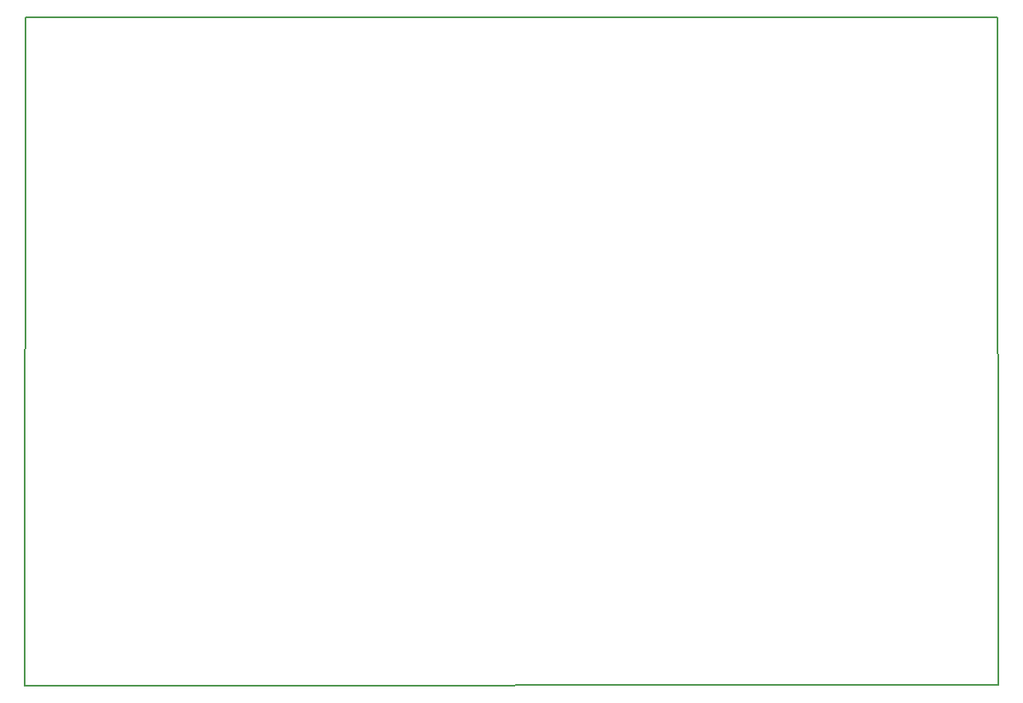
<source format=gbr>
%TF.GenerationSoftware,KiCad,Pcbnew,4.0.7*%
%TF.CreationDate,2018-03-19T17:58:48+01:00*%
%TF.ProjectId,dispenser,64697370656E7365722E6B696361645F,A*%
%TF.FileFunction,Profile,NP*%
%FSLAX46Y46*%
G04 Gerber Fmt 4.6, Leading zero omitted, Abs format (unit mm)*
G04 Created by KiCad (PCBNEW 4.0.7) date 03/19/18 17:58:48*
%MOMM*%
%LPD*%
G01*
G04 APERTURE LIST*
%ADD10C,0.100000*%
%ADD11C,0.150000*%
G04 APERTURE END LIST*
D10*
D11*
X2400Y68728400D02*
X307200Y68728400D01*
X-23000Y-29400D02*
X2400Y68728400D01*
X100078400Y-4000D02*
X-23000Y-29400D01*
X100053000Y68728400D02*
X100078400Y-4000D01*
X256400Y68728400D02*
X99976800Y68728400D01*
M02*

</source>
